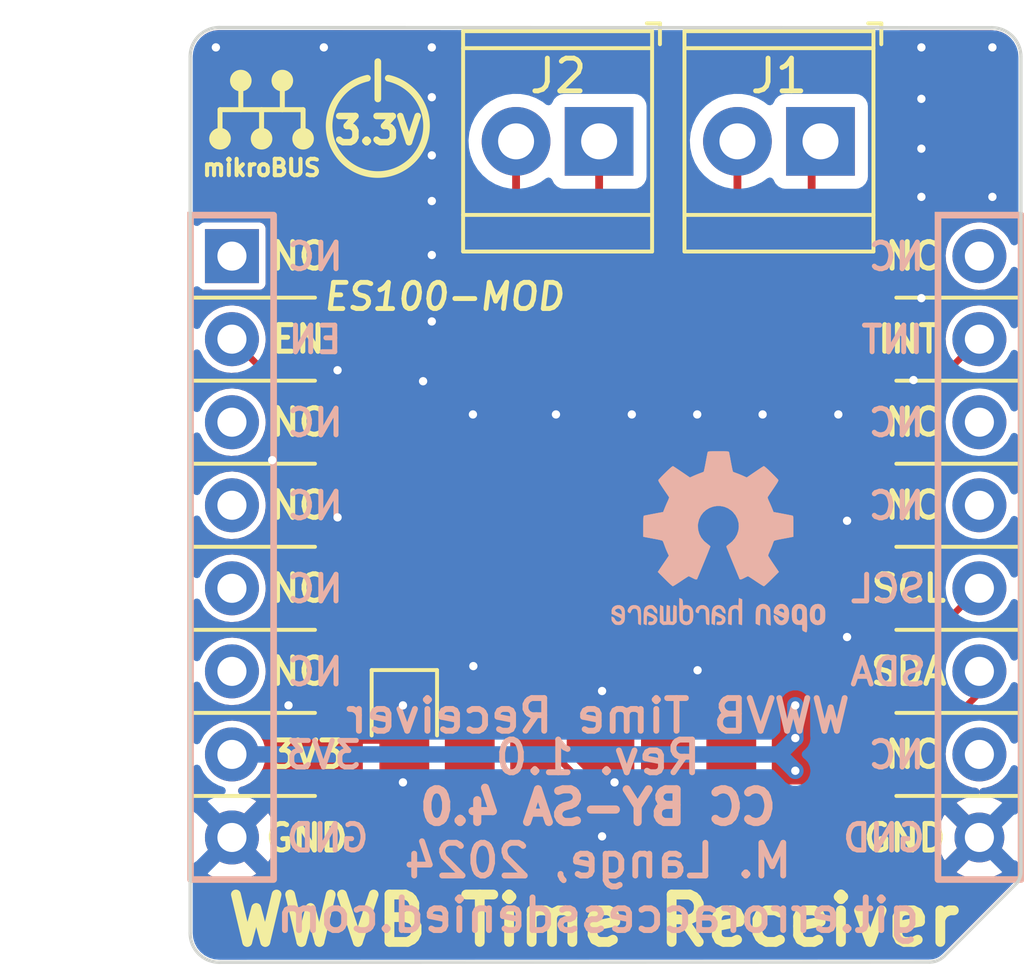
<source format=kicad_pcb>
(kicad_pcb (version 20211014) (generator pcbnew)
  (title_block (title "mikrobus ES100-MOD Module") (date "2024-02-14") (rev "1.0") (company "M Lange"))
  (layers (0 "F.Cu" signal) (31 "B.Cu" signal) (34 "B.Paste" user) (35 "F.Paste" user) (36 "B.SilkS" user "B.Silkscreen") (37 "F.SilkS" user "F.Silkscreen") (38 "B.Mask" user) (39 "F.Mask" user) (44 "Edge.Cuts" user))
  (net 0 "")
  (net 1 "+3V3")
  (net 4 "EN")
  (net 5 "INT")
  (net 6 "SCL")
  (net 7 "SDA")
  (net 8 "/AN2+")
  (net 9 "GND")
  (net 17 "/AN2-")
  (net 18 "/AN1+")
  (net 19 "/AN1-")
  (footprint "footprints:3v3-LOGO" (layer "F.Cu") (at 97.286 49.74258)
    (fp_text reference "REF**" hide)
    (fp_text value "3.3VIO-LOGO" hide)
    (fp_text user "3.3V" (at 0 1.961644) (layer "F.SilkS") (effects (font (size 0.8 0.8) (thickness 0.2))))
    (fp_line (start 0 -0.143) (end 0 1) (layer "F.SilkS") (width 0.2032))
    (fp_arc (start 0.3175 0.365) (mid 0 3.311241) (end -0.3175 0.365) (layer "F.SilkS") (width 0.2032))
  )
  (footprint "footprints:mikrobus-small" (layer "F.Cu") (at 91.554 48.564)
    (fp_text reference "J99" hide)
    (fp_text value "mikrobus-add-on" hide)
    (fp_text user "GND" (at 4.195 24.781 unlocked) (layer "B.SilkS") (effects (font (size 0.8128 0.8128) (thickness 0.1524)) (justify mirror)))
    (fp_text user "EN" (at 3.814 9.541 unlocked) (layer "B.SilkS") (effects (font (size 0.8128 0.8128) (thickness 0.1524)) (justify mirror)))
    (fp_text user "NC" (at 21.594 22.241 unlocked) (layer "B.SilkS") (effects (font (size 0.8128 0.8128) (thickness 0.1524)) (justify mirror)))
    (fp_text user "INT" (at 21.467 9.541 unlocked) (layer "B.SilkS") (effects (font (size 0.8128 0.8128) (thickness 0.1524)) (justify mirror)))
    (fp_text user "GND" (at 21.213 24.781 unlocked) (layer "B.SilkS") (effects (font (size 0.8128 0.8128) (thickness 0.1524)) (justify mirror)))
    (fp_text user "NC" (at 3.814 7.001 unlocked) (layer "B.SilkS") (effects (font (size 0.8128 0.8128) (thickness 0.1524)) (justify mirror)))
    (fp_text user "NC" (at 3.814 19.701 unlocked) (layer "B.SilkS") (effects (font (size 0.8128 0.8128) (thickness 0.1524)) (justify mirror)))
    (fp_text user "NC" (at 3.814 12.081 unlocked) (layer "B.SilkS") (effects (font (size 0.8128 0.8128) (thickness 0.1524)) (justify mirror)))
    (fp_text user "NC" (at 21.594 7.001 unlocked) (layer "B.SilkS") (effects (font (size 0.8128 0.8128) (thickness 0.1524)) (justify mirror)))
    (fp_text user "NC" (at 3.814 17.161 unlocked) (layer "B.SilkS") (effects (font (size 0.8128 0.8128) (thickness 0.1524)) (justify mirror)))
    (fp_text user "NC" (at 21.594 12.081 unlocked) (layer "B.SilkS") (effects (font (size 0.8128 0.8128) (thickness 0.1524)) (justify mirror)))
    (fp_text user "3V3" (at 4.068 22.241 unlocked) (layer "B.SilkS") (effects (font (size 0.8128 0.8128) (thickness 0.1524)) (justify mirror)))
    (fp_text user "NC" (at 3.814 14.621 unlocked) (layer "B.SilkS") (effects (font (size 0.8128 0.8128) (thickness 0.1524)) (justify mirror)))
    (fp_text user "SCL" (at 21.34 17.161 unlocked) (layer "B.SilkS") (effects (font (size 0.8128 0.8128) (thickness 0.1524)) (justify mirror)))
    (fp_text user "SDA" (at 21.34 19.701 unlocked) (layer "B.SilkS") (effects (font (size 0.8128 0.8128) (thickness 0.1524)) (justify mirror)))
    (fp_text user "NC" (at 21.594 14.621 unlocked) (layer "B.SilkS") (effects (font (size 0.8128 0.8128) (thickness 0.1524)) (justify mirror)))
    (fp_text user "GND" (at 21.848 24.781 unlocked) (layer "F.SilkS") (effects (font (size 0.8128 0.8128) (thickness 0.1524))))
    (fp_text user "NC" (at 22.098 22.225 unlocked) (layer "F.SilkS") (effects (font (size 0.8128 0.8128) (thickness 0.1524))))
    (fp_text user "SCL" (at 21.971 17.145 unlocked) (layer "F.SilkS") (effects (font (size 0.8128 0.8128) (thickness 0.1524))))
    (fp_text user "3V3" (at 3.56 22.225 unlocked) (layer "F.SilkS") (effects (font (size 0.8128 0.8128) (thickness 0.1524))))
    (fp_text user "WWVB Time Receiver" (at 12.336 27.305 unlocked) (layer "F.SilkS") (effects (font (size 1.45 1.45) (thickness 0.3))))
    (fp_text user "SDA" (at 21.971 19.685 unlocked) (layer "F.SilkS") (effects (font (size 0.8128 0.8128) (thickness 0.1524))))
    (fp_text user "NC" (at 22.098 6.985 unlocked) (layer "F.SilkS") (effects (font (size 0.8128 0.8128) (thickness 0.1524))))
    (fp_text user "EN" (at 3.302 9.525 unlocked) (layer "F.SilkS") (effects (font (size 0.8128 0.8128) (thickness 0.1524))))
    (fp_text user "NC" (at 3.302 19.685 unlocked) (layer "F.SilkS") (effects (font (size 0.8128 0.8128) (thickness 0.1524))))
    (fp_text user "NC" (at 22.098 14.605 unlocked) (layer "F.SilkS") (effects (font (size 0.8128 0.8128) (thickness 0.1524))))
    (fp_text user "NC" (at 3.302 6.985 unlocked) (layer "F.SilkS") (effects (font (size 0.8128 0.8128) (thickness 0.1524))))
    (fp_text user "NC" (at 3.302 12.065 unlocked) (layer "F.SilkS") (effects (font (size 0.8128 0.8128) (thickness 0.1524))))
    (fp_text user "GND" (at 3.56 24.781 unlocked) (layer "F.SilkS") (effects (font (size 0.8128 0.8128) (thickness 0.1524))))
    (fp_text user "NC" (at 22.098 12.065 unlocked) (layer "F.SilkS") (effects (font (size 0.8128 0.8128) (thickness 0.1524))))
    (fp_text user "INT" (at 21.971 9.525 unlocked) (layer "F.SilkS") (effects (font (size 0.8128 0.8128) (thickness 0.1524))))
    (fp_text user "NC" (at 3.302 14.605 unlocked) (layer "F.SilkS") (effects (font (size 0.8128 0.8128) (thickness 0.1524))))
    (fp_text user "NC" (at 3.302 17.145 unlocked) (layer "F.SilkS") (effects (font (size 0.8128 0.8128) (thickness 0.1524))))
    (fp_line (start 21.59 18.415) (end 25.4 18.415) (layer "F.SilkS") (width 0.12))
    (fp_line (start 21.59 13.335) (end 25.4 13.335) (layer "F.SilkS") (width 0.12))
    (fp_line (start 21.59 23.495) (end 25.4 23.495) (layer "F.SilkS") (width 0.12))
    (fp_line (start 21.59 10.795) (end 25.4 10.795) (layer "F.SilkS") (width 0.12))
    (fp_line (start 21.59 20.955) (end 25.4 20.955) (layer "F.SilkS") (width 0.12))
    (fp_line (start 21.59 8.255) (end 25.4 8.255) (layer "F.SilkS") (width 0.12))
    (fp_line (start 0 18.415) (end 3.81 18.415) (layer "F.SilkS") (width 0.12))
    (fp_line (start 21.59 15.875) (end 25.4 15.875) (layer "F.SilkS") (width 0.12))
    (fp_line (start 0 13.335) (end 3.81 13.335) (layer "F.SilkS") (width 0.12))
    (fp_line (start 0 8.255) (end 3.81 8.255) (layer "F.SilkS") (width 0.12))
    (fp_line (start 0 15.875) (end 3.81 15.875) (layer "F.SilkS") (width 0.12))
    (fp_line (start 0 10.795) (end 3.81 10.795) (layer "F.SilkS") (width 0.12))
    (fp_line (start 0 23.495) (end 3.81 23.495) (layer "F.SilkS") (width 0.12))
    (fp_line (start 0 20.955) (end 3.81 20.955) (layer "F.SilkS") (width 0.12))
    (pad "1" thru_hole rect (at 1.27 6.985) (size 1.651 1.651) (drill 0.889) (layers *.Cu *.Mask))
    (pad "2" thru_hole circle (at 1.27 9.525) (size 1.651 1.651) (drill 0.889) (layers *.Cu *.Mask) (net 4 "EN"))
    (pad "3" thru_hole circle (at 1.27 12.065) (size 1.651 1.651) (drill 0.889) (layers *.Cu *.Mask))
    (pad "4" thru_hole circle (at 1.27 14.605) (size 1.651 1.651) (drill 0.889) (layers *.Cu *.Mask))
    (pad "5" thru_hole circle (at 1.27 17.145) (size 1.651 1.651) (drill 0.889) (layers *.Cu *.Mask))
    (pad "6" thru_hole circle (at 1.27 19.685) (size 1.651 1.651) (drill 0.889) (layers *.Cu *.Mask))
    (pad "7" thru_hole circle (at 1.27 22.225) (size 1.651 1.651) (drill 0.889) (layers *.Cu *.Mask) (net 1 "+3V3"))
    (pad "8" thru_hole circle (at 1.27 24.765) (size 1.651 1.651) (drill 0.889) (layers *.Cu *.Mask) (net 9 "GND"))
    (pad "9" thru_hole circle (at 24.13 6.985) (size 1.651 1.651) (drill 0.889) (layers *.Cu *.Mask))
    (pad "10" thru_hole circle (at 24.13 9.525) (size 1.651 1.651) (drill 0.889) (layers *.Cu *.Mask) (net 5 "INT"))
    (pad "11" thru_hole circle (at 24.13 12.065) (size 1.651 1.651) (drill 0.889) (layers *.Cu *.Mask))
    (pad "12" thru_hole circle (at 24.13 14.605) (size 1.651 1.651) (drill 0.889) (layers *.Cu *.Mask))
    (pad "13" thru_hole circle (at 24.13 17.145) (size 1.651 1.651) (drill 0.889) (layers *.Cu *.Mask) (net 6 "SCL"))
    (pad "14" thru_hole circle (at 24.13 19.685) (size 1.651 1.651) (drill 0.889) (layers *.Cu *.Mask) (net 7 "SDA"))
    (pad "15" thru_hole circle (at 24.13 22.225) (size 1.651 1.651) (drill 0.889) (layers *.Cu *.Mask))
    (pad "16" thru_hole circle (at 24.13 24.765) (size 1.524 1.524) (drill 0.889) (layers *.Cu *.Mask) (net 9 "GND"))
  )
  (footprint "footprints:TerminalBlock_TE_282834-2_1x02_P2.54mm_Horizontal" (layer "F.Cu") (at 110.824 52.039 180)
    (fp_text reference "J1" (at 1.27 2) (layer "F.SilkS"))
    (fp_text value "ANT1" hide)
    (fp_line (start -1.86 3.61) (end -1.46 3.61) (layer "F.SilkS") (width 0.12))
    (fp_line (start -1.62 -3.37) (end -1.62 3.37) (layer "F.SilkS") (width 0.12))
    (fp_line (start -1.62 2.85) (end 4.16 2.85) (layer "F.SilkS") (width 0.12))
    (fp_line (start -1.62 -2.25) (end 4.16 -2.25) (layer "F.SilkS") (width 0.12))
    (fp_line (start -1.86 2.97) (end -1.86 3.61) (layer "F.SilkS") (width 0.12))
    (fp_line (start 4.16 -3.37) (end 4.16 3.37) (layer "F.SilkS") (width 0.12))
    (fp_line (start -1.62 -3.37) (end 4.16 -3.37) (layer "F.SilkS") (width 0.12))
    (fp_line (start -1.62 3.37) (end 4.16 3.37) (layer "F.SilkS") (width 0.12))
    (pad "1" thru_hole rect locked (at 0 0 180) (size 2.1 2.1) (drill 1.1) (layers *.Cu *.Mask) (net 19 "/AN1-") (clearance 0.4))
    (pad "2" thru_hole circle locked (at 2.54 0 180) (size 2.1 2.1) (drill 1.1) (layers *.Cu *.Mask) (net 18 "/AN1+") (clearance 0.4))
  )
  (footprint "footprints:TerminalBlock_TE_282834-2_1x02_P2.54mm_Horizontal" (layer "F.Cu") (at 104.054 52.039 180)
    (fp_text reference "J2" (at 1.25 2) (layer "F.SilkS"))
    (fp_text value "ANT2" hide)
    (fp_line (start -1.62 -2.25) (end 4.16 -2.25) (layer "F.SilkS") (width 0.12))
    (fp_line (start 4.16 -3.37) (end 4.16 3.37) (layer "F.SilkS") (width 0.12))
    (fp_line (start -1.86 3.61) (end -1.46 3.61) (layer "F.SilkS") (width 0.12))
    (fp_line (start -1.62 -3.37) (end 4.16 -3.37) (layer "F.SilkS") (width 0.12))
    (fp_line (start -1.62 -3.37) (end -1.62 3.37) (layer "F.SilkS") (width 0.12))
    (fp_line (start -1.86 2.97) (end -1.86 3.61) (layer "F.SilkS") (width 0.12))
    (fp_line (start -1.62 3.37) (end 4.16 3.37) (layer "F.SilkS") (width 0.12))
    (fp_line (start -1.62 2.85) (end 4.16 2.85) (layer "F.SilkS") (width 0.12))
    (pad "1" thru_hole rect locked (at 0 0 180) (size 2.1 2.1) (drill 1.1) (layers *.Cu *.Mask) (net 17 "/AN2-") (clearance 0.4))
    (pad "2" thru_hole circle locked (at 2.54 0 180) (size 2.1 2.1) (drill 1.1) (layers *.Cu *.Mask) (net 8 "/AN2+") (clearance 0.4))
  )
  (footprint "footprints:mikrobus-logo-small" (layer "F.Cu") (at 93.73 50.5145)
    (fp_text reference "REF**" hide)
    (fp_text value "mikrobus-logo-small" hide)
    (fp_text user "mikroBUS" (at 0 2.3335) (layer "F.SilkS") (effects (font (size 0.5 0.5) (thickness 0.125))))
    (fp_line (start 0 0.5555) (end 0 1.4445) (layer "F.SilkS") (width 0.1524))
    (fp_line (start -1.27 0.5555) (end -1.27 1.4445) (layer "F.SilkS") (width 0.1524))
    (fp_line (start -1.27 0.5555) (end 1.27 0.5555) (layer "F.SilkS") (width 0.1524))
    (fp_line (start 1.27 0.5555) (end 1.27 1.4445) (layer "F.SilkS") (width 0.1524))
    (fp_line (start 0.635 0.5555) (end 0.635 -0.3335) (layer "F.SilkS") (width 0.1524))
    (fp_line (start -0.635 0.5555) (end -0.635 -0.3335) (layer "F.SilkS") (width 0.1524))
    (fp_circle (center -0.635 -0.3335) (end -0.381 -0.3335) (layer "F.SilkS") (width 0.1524) (fill solid))
    (fp_circle (center 0.635 -0.3335) (end 0.889 -0.3335) (layer "F.SilkS") (width 0.1524) (fill solid))
    (fp_circle (center -1.27 1.4445) (end -1.016 1.4445) (layer "F.SilkS") (width 0.1524) (fill solid))
    (fp_circle (center 0 1.4445) (end 0.254 1.4445) (layer "F.SilkS") (width 0.1524) (fill solid))
    (fp_circle (center 1.27 1.4445) (end 1.524 1.4445) (layer "F.SilkS") (width 0.1524) (fill solid))
  )
  (footprint "footprints:ES100-MOD" (layer "F.Cu") (at 96.0968 70.2088 90)
    (fp_text reference "U1")
    (fp_text value "ES100-MOD-v1.1")
    (fp_line (start 0 1) (end 2 1) (layer "F.SilkS") (width 0.12))
    (fp_line (start 2 1) (end 2 3) (layer "F.SilkS") (width 0.12))
    (fp_line (start 2 3) (end 0 3) (layer "F.SilkS") (width 0.12))
    (pad "1" smd roundrect (at 0 2 90) (size 3 1.524) (layers "F.Cu" "F.Paste" "F.Mask") (net 9 "GND"))
    (pad "2" smd roundrect (at 0 4 90) (size 3 1.524) (layers "F.Cu" "F.Paste" "F.Mask") (net 4 "EN"))
    (pad "3" smd roundrect (at 0 6 90) (size 3 1.524) (layers "F.Cu" "F.Paste" "F.Mask") (net 7 "SDA"))
    (pad "4" smd roundrect (at 0 10 90) (size 3 1.524) (layers "F.Cu" "F.Paste" "F.Mask") (net 6 "SCL"))
    (pad "5" smd roundrect (at 0 12 90) (size 3 1.524) (layers "F.Cu" "F.Paste" "F.Mask") (net 5 "INT"))
    (pad "6" smd roundrect (at 0 14 90) (size 3 1.524) (layers "F.Cu" "F.Paste" "F.Mask") (net 1 "+3V3"))
    (pad "7" smd roundrect (at 12 14 90) (size 3 1.524) (layers "F.Cu" "F.Paste" "F.Mask") (net 19 "/AN1-"))
    (pad "8" smd roundrect (at 12 12 90) (size 3 1.524) (layers "F.Cu" "F.Paste" "F.Mask") (net 18 "/AN1+"))
    (pad "9" smd roundrect (at 12 10 90) (size 3 1.524) (layers "F.Cu" "F.Paste" "F.Mask") (net 17 "/AN2-"))
    (pad "10" smd roundrect (at 12 8 90) (size 3 1.524) (layers "F.Cu" "F.Paste" "F.Mask") (net 8 "/AN2+"))
  )
  (footprint "footprints:OSHW-Logo2_7.3x6mm_SilkScreen" (layer "B.Cu") (at 107.7 64.278 180)
    (fp_text reference "REF**" hide)
    (fp_text value "OSHW-Logo2_7.3x6mm_SilkScreen" hide)
    (fp_poly (pts (xy 1.779833 -1.958663) (xy 1.782048 -1.99685) (xy 1.783784 -2.054886) (xy 1.784899 -2.12818) (xy 1.785257 -2.205055) (xy 1.785257 -2.465196) (xy 1.739326 -2.511127) (xy 1.707675 -2.539429) (xy 1.67989 -2.550893) (xy 1.641915 -2.550168) (xy 1.62684 -2.548321) (xy 1.579726 -2.542948) (xy 1.540756 -2.539869) (xy 1.531257 -2.539585) (xy 1.499233 -2.541445) (xy 1.453432 -2.546114) (xy 1.435674 -2.548321) (xy 1.392057 -2.551735) (xy 1.362745 -2.54432) (xy 1.33368 -2.521427) (xy 1.323188 -2.511127) (xy 1.277257 -2.465196) (xy 1.277257 -1.978602) (xy 1.314226 -1.961758) (xy 1.346059 -1.949282) (xy 1.364683 -1.944914) (xy 1.369458 -1.958718) (xy 1.373921 -1.997286) (xy 1.377775 -2.056356) (xy 1.380722 -2.131663) (xy 1.382143 -2.195286) (xy 1.386114 -2.445657) (xy 1.420759 -2.450556) (xy 1.452268 -2.447131) (xy 1.467708 -2.436041) (xy 1.472023 -2.415308) (xy 1.475708 -2.371145) (xy 1.478469 -2.309146) (xy 1.480012 -2.234909) (xy 1.480235 -2.196706) (xy 1.480457 -1.976783) (xy 1.526166 -1.960849) (xy 1.558518 -1.950015) (xy 1.576115 -1.944962) (xy 1.576623 -1.944914) (xy 1.578388 -1.958648) (xy 1.580329 -1.99673) (xy 1.582282 -2.054482) (xy 1.584084 -2.127227) (xy 1.585343 -2.195286) (xy 1.589314 -2.445657) (xy 1.6764 -2.445657) (xy 1.680396 -2.21724) (xy 1.684392 -1.988822) (xy 1.726847 -1.966868) (xy 1.758192 -1.951793) (xy 1.776744 -1.944951) (xy 1.777279 -1.944914) (xy 1.779833 -1.958663)) (layer "B.SilkS") (width 0.01) (fill solid))
    (fp_poly (pts (xy 0.10391 2.757652) (xy 0.182454 2.757222) (xy 0.239298 2.756058) (xy 0.278105 2.753793) (xy 0.302538 2.75006) (xy 0.316262 2.744494) (xy 0.32294 2.736727) (xy 0.326236 2.726395) (xy 0.326556 2.725057) (xy 0.331562 2.700921) (xy 0.340829 2.653299) (xy 0.353392 2.587259) (xy 0.368287 2.507872) (xy 0.384551 2.420204) (xy 0.385119 2.417125) (xy 0.40141 2.331211) (xy 0.416652 2.255304) (xy 0.429861 2.193955) (xy 0.440054 2.151718) (xy 0.446248 2.133145) (xy 0.446543 2.132816) (xy 0.464788 2.123747) (xy 0.502405 2.108633) (xy 0.551271 2.090738) (xy 0.551543 2.090642) (xy 0.613093 2.067507) (xy 0.685657 2.038035) (xy 0.754057 2.008403) (xy 0.757294 2.006938) (xy 0.868702 1.956374) (xy 1.115399 2.12484) (xy 1.191077 2.176197) (xy 1.259631 2.222111) (xy 1.317088 2.25997) (xy 1.359476 2.287163) (xy 1.382825 2.301079) (xy 1.385042 2.302111) (xy 1.40201 2.297516) (xy 1.433701 2.275345) (xy 1.481352 2.234553) (xy 1.546198 2.174095) (xy 1.612397 2.109773) (xy 1.676214 2.046388) (xy 1.733329 1.988549) (xy 1.780305 1.939825) (xy 1.813703 1.90379) (xy 1.830085 1.884016) (xy 1.830694 1.882998) (xy 1.832505 1.869428) (xy 1.825683 1.847267) (xy 1.80854 1.813522) (xy 1.779393 1.7652) (xy 1.736555 1.699308) (xy 1.679448 1.614483) (xy 1.628766 1.539823) (xy 1.583461 1.47286) (xy 1.54615 1.417484) (xy 1.519452 1.37758) (xy 1.505985 1.357038) (xy 1.505137 1.355644) (xy 1.506781 1.335962) (xy 1.519245 1.297707) (xy 1.540048 1.248111) (xy 1.547462 1.232272) (xy 1.579814 1.16171) (xy 1.614328 1.081647) (xy 1.642365 1.012371) (xy 1.662568 0.960955) (xy 1.678615 0.921881) (xy 1.687888 0.901459) (xy 1.689041 0.899886) (xy 1.706096 0.897279) (xy 1.746298 0.890137) (xy 1.804302 0.879477) (xy 1.874763 0.866315) (xy 1.952335 0.851667) (xy 2.031672 0.836551) (xy 2.107431 0.821982) (xy 2.174264 0.808978) (xy 2.226828 0.798555) (xy 2.259776 0.79173) (xy 2.267857 0.789801) (xy 2.276205 0.785038) (xy 2.282506 0.774282) (xy 2.287045 0.753902) (xy 2.290104 0.720266) (xy 2.291967 0.669745) (xy 2.292918 0.598708) (xy 2.29324 0.503524) (xy 2.293257 0.464508) (xy 2.293257 0.147201) (xy 2.217057 0.132161) (xy 2.174663 0.124005) (xy 2.1114 0.112101) (xy 2.034962 0.097884) (xy 1.953043 0.08279) (xy 1.9304 0.078645) (xy 1.854806 0.063947) (xy 1.788953 0.049495) (xy 1.738366 0.036625) (xy 1.708574 0.026678) (xy 1.703612 0.023713) (xy 1.691426 0.002717) (xy 1.673953 -0.037967) (xy 1.654577 -0.090322) (xy 1.650734 -0.1016) (xy 1.625339 -0.171523) (xy 1.593817 -0.250418) (xy 1.562969 -0.321266) (xy 1.562817 -0.321595) (xy 1.511447 -0.432733) (xy 1.680399 -0.681253) (xy 1.849352 -0.929772) (xy 1.632429 -1.147058) (xy 1.566819 -1.211726) (xy 1.506979 -1.268733) (xy 1.456267 -1.315033) (xy 1.418046 -1.347584) (xy 1.395675 -1.363343) (xy 1.392466 -1.364343) (xy 1.373626 -1.356469) (xy 1.33518 -1.334578) (xy 1.28133 -1.301267) (xy 1.216276 -1.259131) (xy 1.14594 -1.211943) (xy 1.074555 -1.16381) (xy 1.010908 -1.121928) (xy 0.959041 -1.088871) (xy 0.922995 -1.067218) (xy 0.906867 -1.059543) (xy 0.887189 -1.066037) (xy 0.849875 -1.08315) (xy 0.802621 -1.107326) (xy 0.797612 -1.110013) (xy 0.733977 -1.141927) (xy 0.690341 -1.157579) (xy 0.663202 -1.157745) (xy 0.649057 -1.143204) (xy 0.648975 -1.143) (xy 0.641905 -1.125779) (xy 0.625042 -1.084899) (xy 0.599695 -1.023525) (xy 0.567171 -0.944819) (xy 0.528778 -0.851947) (xy 0.485822 -0.748072) (xy 0.444222 -0.647502) (xy 0.398504 -0.536516) (xy 0.356526 -0.433703) (xy 0.319548 -0.342215) (xy 0.288827 -0.265201) (xy 0.265622 -0.205815) (xy 0.25119 -0.167209) (xy 0.246743 -0.1528) (xy 0.257896 -0.136272) (xy 0.287069 -0.10993) (xy 0.325971 -0.080887) (xy 0.436757 0.010961) (xy 0.523351 0.116241) (xy 0.584716 0.232734) (xy 0.619815 0.358224) (xy 0.627608 0.490493) (xy 0.621943 0.551543) (xy 0.591078 0.678205) (xy 0.53792 0.790059) (xy 0.465767 0.885999) (xy 0.377917 0.964924) (xy 0.277665 1.02573) (xy 0.16831 1.067313) (xy 0.053147 1.088572) (xy -0.064525 1.088401) (xy -0.18141 1.065699) (xy -0.294211 1.019362) (xy -0.399631 0.948287) (xy -0.443632 0.908089) (xy -0.528021 0.804871) (xy -0.586778 0.692075) (xy -0.620296 0.57299) (xy -0.628965 0.450905) (xy -0.613177 0.329107) (xy -0.573322 0.210884) (xy -0.509793 0.099525) (xy -0.422979 -0.001684) (xy -0.325971 -0.080887) (xy -0.285563 -0.111162) (xy -0.257018 -0.137219) (xy -0.246743 -0.152825) (xy -0.252123 -0.169843) (xy -0.267425 -0.2105) (xy -0.291388 -0.271642) (xy -0.322756 -0.350119) (xy -0.360268 -0.44278) (xy -0.402667 -0.546472) (xy -0.444337 -0.647526) (xy -0.49031 -0.758607) (xy -0.532893 -0.861541) (xy -0.570779 -0.953165) (xy -0.60266 -1.030316) (xy -0.627229 -1.089831) (xy -0.64318 -1.128544) (xy -0.64909 -1.143) (xy -0.663052 -1.157685) (xy -0.69006 -1.157642) (xy -0.733587 -1.142099) (xy -0.79711 -1.110284) (xy -0.797612 -1.110013) (xy -0.84544 -1.085323) (xy -0.884103 -1.067338) (xy -0.905905 -1.059614) (xy -0.906867 -1.059543) (xy -0.923279 -1.067378) (xy -0.959513 -1.089165) (xy -1.011526 -1.122328) (xy -1.075275 -1.164291) (xy -1.14594 -1.211943) (xy -1.217884 -1.260191) (xy -1.282726 -1.302151) (xy -1.336265 -1.335227) (xy -1.374303 -1.356821) (xy -1.392467 -1.364343) (xy -1.409192 -1.354457) (xy -1.44282 -1.326826) (xy -1.48999 -1.284495) (xy -1.547342 -1.230505) (xy -1.611516 -1.167899) (xy -1.632503 -1.146983) (xy -1.849501 -0.929623) (xy -1.684332 -0.68722) (xy -1.634136 -0.612781) (xy -1.590081 -0.545972) (xy -1.554638 -0.490665) (xy -1.530281 -0.450729) (xy -1.519478 -0.430036) (xy -1.519162 -0.428563) (xy -1.524857 -0.409058) (xy -1.540174 -0.369822) (xy -1.562463 -0.31743) (xy -1.578107 -0.282355) (xy -1.607359 -0.215201) (xy -1.634906 -0.147358) (xy -1.656263 -0.090034) (xy -1.662065 -0.072572) (xy -1.678548 -0.025938) (xy -1.69466 0.010095) (xy -1.70351 0.023713) (xy -1.72304 0.032048) (xy -1.765666 0.043863) (xy -1.825855 0.057819) (xy -1.898078 0.072578) (xy -1.9304 0.078645) (xy -2.012478 0.093727) (xy -2.091205 0.108331) (xy -2.158891 0.12102) (xy -2.20784 0.130358) (xy -2.217057 0.132161) (xy -2.293257 0.147201) (xy -2.293257 0.464508) (xy -2.293086 0.568846) (xy -2.292384 0.647787) (xy -2.290866 0.704962) (xy -2.288251 0.744001) (xy -2.284254 0.768535) (xy -2.278591 0.782195) (xy -2.27098 0.788611) (xy -2.267857 0.789801) (xy -2.249022 0.79402) (xy -2.207412 0.802438) (xy -2.14837 0.814039) (xy -2.077243 0.827805) (xy -1.999375 0.84272) (xy -1.920113 0.857768) (xy -1.844802 0.871931) (xy -1.778787 0.884194) (xy -1.727413 0.893539) (xy -1.696025 0.89895) (xy -1.689041 0.899886) (xy -1.682715 0.912404) (xy -1.66871 0.945754) (xy -1.649645 0.993623) (xy -1.642366 1.012371) (xy -1.613004 1.084805) (xy -1.578429 1.16483) (xy -1.547463 1.232272) (xy -1.524677 1.283841) (xy -1.509518 1.326215) (xy -1.504458 1.352166) (xy -1.505264 1.355644) (xy -1.515959 1.372064) (xy -1.54038 1.408583) (xy -1.575905 1.461313) (xy -1.619913 1.526365) (xy -1.669783 1.599849) (xy -1.679644 1.614355) (xy -1.737508 1.700296) (xy -1.780044 1.765739) (xy -1.808946 1.813696) (xy -1.82591 1.84718) (xy -1.832633 1.869205) (xy -1.83081 1.882783) (xy -1.830764 1.882869) (xy -1.816414 1.900703) (xy -1.784677 1.935183) (xy -1.73899 1.982732) (xy -1.682796 2.039778) (xy -1.619532 2.102745) (xy -1.612398 2.109773) (xy -1.53267 2.18698) (xy -1.471143 2.24367) (xy -1.426579 2.28089) (xy -1.397743 2.299685) (xy -1.385042 2.302111) (xy -1.366506 2.291529) (xy -1.328039 2.267084) (xy -1.273614 2.231388) (xy -1.207202 2.187053) (xy -1.132775 2.136689) (xy -1.115399 2.12484) (xy -0.868703 1.956374) (xy -0.757294 2.006938) (xy -0.689543 2.036405) (xy -0.616817 2.066041) (xy -0.554297 2.08967) (xy -0.551543 2.090642) (xy -0.50264 2.108543) (xy -0.464943 2.12368) (xy -0.446575 2.13279) (xy -0.446544 2.132816) (xy -0.440715 2.149283) (xy -0.430808 2.189781) (xy -0.417805 2.249758) (xy -0.402691 2.32466) (xy -0.386448 2.409936) (xy -0.385119 2.417125) (xy -0.368825 2.504986) (xy -0.353867 2.58474) (xy -0.341209 2.651319) (xy -0.331814 2.699653) (xy -0.326646 2.724675) (xy -0.326556 2.725057) (xy -0.323411 2.735701) (xy -0.317296 2.743738) (xy -0.304547 2.749533) (xy -0.2815 2.753453) (xy -0.244491 2.755865) (xy -0.189856 2.757135) (xy -0.113933 2.757629) (xy -0.013056 2.757714) (xy 0 2.757714) (xy 0.10391 2.757652)) (layer "B.SilkS") (width 0.01) (fill solid))
    (fp_poly (pts (xy 3.153595 -1.966966) (xy 3.211021 -2.004497) (xy 3.238719 -2.038096) (xy 3.260662 -2.099064) (xy 3.262405 -2.147308) (xy 3.258457 -2.211816) (xy 3.109686 -2.276934) (xy 3.037349 -2.310202) (xy 2.990084 -2.336964) (xy 2.965507 -2.360144) (xy 2.961237 -2.382667) (xy 2.974889 -2.407455) (xy 2.989943 -2.423886) (xy 3.033746 -2.450235) (xy 3.081389 -2.452081) (xy 3.125145 -2.431546) (xy 3.157289 -2.390752) (xy 3.163038 -2.376347) (xy 3.190576 -2.331356) (xy 3.222258 -2.312182) (xy 3.265714 -2.295779) (xy 3.265714 -2.357966) (xy 3.261872 -2.400283) (xy 3.246823 -2.435969) (xy 3.21528 -2.476943) (xy 3.210592 -2.482267) (xy 3.175506 -2.51872) (xy 3.145347 -2.538283) (xy 3.107615 -2.547283) (xy 3.076335 -2.55023) (xy 3.020385 -2.550965) (xy 2.980555 -2.54166) (xy 2.955708 -2.527846) (xy 2.916656 -2.497467) (xy 2.889625 -2.464613) (xy 2.872517 -2.423294) (xy 2.863238 -2.367521) (xy 2.859693 -2.291305) (xy 2.85941 -2.252622) (xy 2.860372 -2.206247) (xy 2.948007 -2.206247) (xy 2.949023 -2.231126) (xy 2.951556 -2.2352) (xy 2.968274 -2.229665) (xy 3.004249 -2.215017) (xy 3.052331 -2.19419) (xy 3.062386 -2.189714) (xy 3.123152 -2.158814) (xy 3.156632 -2.131657) (xy 3.16399 -2.10622) (xy 3.146391 -2.080481) (xy 3.131856 -2.069109) (xy 3.07941 -2.046364) (xy 3.030322 -2.050122) (xy 2.989227 -2.077884) (xy 2.960758 -2.127152) (xy 2.951631 -2.166257) (xy 2.948007 -2.206247) (xy 2.860372 -2.206247) (xy 2.861285 -2.162249) (xy 2.868196 -2.095384) (xy 2.881884 -2.046695) (xy 2.904096 -2.010849) (xy 2.936574 -1.982513) (xy 2.950733 -1.973355) (xy 3.015053 -1.949507) (xy 3.085473 -1.948006) (xy 3.153595 -1.966966)) (layer "B.SilkS") (width 0.01) (fill solid))
    (fp_poly (pts (xy 0.039744 -1.950968) (xy 0.096616 -1.972087) (xy 0.097267 -1.972493) (xy 0.13244 -1.99838) (xy 0.158407 -2.028633) (xy 0.17667 -2.068058) (xy 0.188732 -2.121462) (xy 0.196096 -2.193651) (xy 0.200264 -2.289432) (xy 0.200629 -2.303078) (xy 0.205876 -2.508842) (xy 0.161716 -2.531678) (xy 0.129763 -2.54711) (xy 0.11047 -2.554423) (xy 0.109578 -2.554514) (xy 0.106239 -2.541022) (xy 0.103587 -2.504626) (xy 0.101956 -2.451452) (xy 0.1016 -2.408393) (xy 0.101592 -2.338641) (xy 0.098403 -2.294837) (xy 0.087288 -2.273944) (xy 0.063501 -2.272925) (xy 0.022296 -2.288741) (xy -0.039914 -2.317815) (xy -0.085659 -2.341963) (xy -0.109187 -2.362913) (xy -0.116104 -2.385747) (xy -0.116114 -2.386877) (xy -0.104701 -2.426212) (xy -0.070908 -2.447462) (xy -0.019191 -2.450539) (xy 0.018061 -2.450006) (xy 0.037703 -2.460735) (xy 0.049952 -2.486505) (xy 0.057002 -2.519337) (xy 0.046842 -2.537966) (xy 0.043017 -2.540632) (xy 0.007001 -2.55134) (xy -0.043434 -2.552856) (xy -0.095374 -2.545759) (xy -0.132178 -2.532788) (xy -0.183062 -2.489585) (xy -0.211986 -2.429446) (xy -0.217714 -2.382462) (xy -0.213343 -2.340082) (xy -0.197525 -2.305488) (xy -0.166203 -2.274763) (xy -0.115322 -2.24399) (xy -0.040824 -2.209252) (xy -0.036286 -2.207288) (xy 0.030821 -2.176287) (xy 0.072232 -2.150862) (xy 0.089981 -2.128014) (xy 0.086107 -2.104745) (xy 0.062643 -2.078056) (xy 0.055627 -2.071914) (xy 0.00863 -2.0481) (xy -0.040067 -2.049103) (xy -0.082478 -2.072451) (xy -0.110616 -2.115675) (xy -0.113231 -2.12416) (xy -0.138692 -2.165308) (xy -0.170999 -2.185128) (xy -0.217714 -2.20477) (xy -0.217714 -2.15395) (xy -0.203504 -2.080082) (xy -0.161325 -2.012327) (xy -0.139376 -1.989661) (xy -0.089483 -1.960569) (xy -0.026033 -1.9474) (xy 0.039744 -1.950968)) (layer "B.SilkS") (width 0.01) (fill solid))
    (fp_poly (pts (xy 0.529926 -1.949755) (xy 0.595858 -1.974084) (xy 0.649273 -2.017117) (xy 0.670164 -2.047409) (xy 0.692939 -2.102994) (xy 0.692466 -2.143186) (xy 0.668562 -2.170217) (xy 0.659717 -2.174813) (xy 0.62153 -2.189144) (xy 0.602028 -2.185472) (xy 0.595422 -2.161407) (xy 0.595086 -2.148114) (xy 0.582992 -2.09921) (xy 0.551471 -2.064999) (xy 0.507659 -2.048476) (xy 0.458695 -2.052634) (xy 0.418894 -2.074227) (xy 0.40545 -2.086544) (xy 0.395921 -2.101487) (xy 0.389485 -2.124075) (xy 0.385317 -2.159328) (xy 0.382597 -2.212266) (xy 0.380502 -2.287907) (xy 0.37996 -2.311857) (xy 0.377981 -2.39379) (xy 0.375731 -2.451455) (xy 0.372357 -2.489608) (xy 0.367006 -2.513004) (xy 0.358824 -2.526398) (xy 0.346959 -2.534545) (xy 0.339362 -2.538144) (xy 0.307102 -2.550452) (xy 0.288111 -2.554514) (xy 0.281836 -2.540948) (xy 0.278006 -2.499934) (xy 0.2766 -2.430999) (xy 0.277598 -2.333669) (xy 0.277908 -2.318657) (xy 0.280101 -2.229859) (xy 0.282693 -2.165019) (xy 0.286382 -2.119067) (xy 0.291864 -2.086935) (xy 0.299835 -2.063553) (xy 0.310993 -2.043852) (xy 0.31683 -2.03541) (xy 0.350296 -1.998057) (xy 0.387727 -1.969003) (xy 0.392309 -1.966467) (xy 0.459426 -1.946443) (xy 0.529926 -1.949755)) (layer "B.SilkS") (width 0.01) (fill solid))
    (fp_poly (pts (xy -0.624114 -1.851289) (xy -0.619861 -1.910613) (xy -0.614975 -1.945572) (xy -0.608205 -1.96082) (xy -0.598298 -1.961015) (xy -0.595086 -1.959195) (xy -0.552356 -1.946015) (xy -0.496773 -1.946785) (xy -0.440263 -1.960333) (xy -0.404918 -1.977861) (xy -0.368679 -2.005861) (xy -0.342187 -2.037549) (xy -0.324001 -2.077813) (xy -0.312678 -2.131543) (xy -0.306778 -2.203626) (xy -0.304857 -2.298951) (xy -0.304823 -2.317237) (xy -0.3048 -2.522646) (xy -0.350509 -2.53858) (xy -0.382973 -2.54942) (xy -0.400785 -2.554468) (xy -0.401309 -2.554514) (xy -0.403063 -2.540828) (xy -0.404556 -2.503076) (xy -0.405674 -2.446224) (xy -0.406303 -2.375234) (xy -0.4064 -2.332073) (xy -0.406602 -2.246973) (xy -0.407642 -2.185981) (xy -0.410169 -2.144177) (xy -0.414836 -2.116642) (xy -0.422293 -2.098456) (xy -0.433189 -2.084698) (xy -0.439993 -2.078073) (xy -0.486728 -2.051375) (xy -0.537728 -2.049375) (xy -0.583999 -2.071955) (xy -0.592556 -2.080107) (xy -0.605107 -2.095436) (xy -0.613812 -2.113618) (xy -0.619369 -2.139909) (xy -0.622474 -2.179562) (xy -0.623824 -2.237832) (xy -0.624114 -2.318173) (xy -0.624114 -2.522646) (xy -0.669823 -2.53858) (xy -0.702287 -2.54942) (xy -0.720099 -2.554468) (xy -0.720623 -2.554514) (xy -0.721963 -2.540623) (xy -0.723172 -2.501439) (xy -0.724199 -2.4407) (xy -0.724998 -2.362141) (xy -0.725519 -2.269498) (xy -0.725714 -2.166509) (xy -0.725714 -1.769342) (xy -0.678543 -1.749444) (xy -0.631371 -1.729547) (xy -0.624114 -1.851289)) (layer "B.SilkS") (width 0.01) (fill solid))
    (fp_poly (pts (xy -2.958885 -1.921962) (xy -2.890855 -1.957733) (xy -2.840649 -2.015301) (xy -2.822815 -2.052312) (xy -2.808937 -2.107882) (xy -2.801833 -2.178096) (xy -2.80116 -2.254727) (xy -2.806573 -2.329552) (xy -2.81773 -2.394342) (xy -2.834286 -2.440873) (xy -2.839374 -2.448887) (xy -2.899645 -2.508707) (xy -2.971231 -2.544535) (xy -3.048908 -2.55502) (xy -3.127452 -2.53881) (xy -3.149311 -2.529092) (xy -3.191878 -2.499143) (xy -3.229237 -2.459433) (xy -3.232768 -2.454397) (xy -3.247119 -2.430124) (xy -3.256606 -2.404178) (xy -3.26221 -2.370022) (xy -3.264914 -2.321119) (xy -3.265701 -2.250935) (xy -3.265714 -2.2352) (xy -3.265678 -2.230192) (xy -3.120571 -2.230192) (xy -3.119727 -2.29643) (xy -3.116404 -2.340386) (xy -3.109417 -2.368779) (xy -3.097584 -2.388325) (xy -3.091543 -2.394857) (xy -3.056814 -2.41968) (xy -3.023097 -2.418548) (xy -2.989005 -2.397016) (xy -2.968671 -2.374029) (xy -2.956629 -2.340478) (xy -2.949866 -2.287569) (xy -2.949402 -2.281399) (xy -2.948248 -2.185513) (xy -2.960312 -2.114299) (xy -2.98543 -2.068194) (xy -3.02344 -2.047635) (xy -3.037008 -2.046514) (xy -3.072636 -2.052152) (xy -3.097006 -2.071686) (xy -3.111907 -2.109042) (xy -3.119125 -2.16815) (xy -3.120571 -2.230192) (xy -3.265678 -2.230192) (xy -3.265174 -2.160413) (xy -3.262904 -2.108159) (xy -3.257932 -2.071949) (xy -3.249287 -2.045299) (xy -3.235995 -2.021722) (xy -3.233057 -2.017338) (xy -3.183687 -1.958249) (xy -3.129891 -1.923947) (xy -3.064398 -1.910331) (xy -3.042158 -1.909665) (xy -2.958885 -1.921962)) (layer "B.SilkS") (width 0.01) (fill solid))
    (fp_poly (pts (xy 1.190117 -2.065358) (xy 1.189933 -2.173837) (xy 1.189219 -2.257287) (xy 1.187675 -2.319704) (xy 1.185001 -2.365085) (xy 1.180894 -2.397429) (xy 1.175055 -2.420733) (xy 1.167182 -2.438995) (xy 1.161221 -2.449418) (xy 1.111855 -2.505945) (xy 1.049264 -2.541377) (xy 0.980013 -2.55409) (xy 0.910668 -2.542463) (xy 0.869375 -2.521568) (xy 0.826025 -2.485422) (xy 0.796481 -2.441276) (xy 0.778655 -2.383462) (xy 0.770463 -2.306313) (xy 0.769302 -2.249714) (xy 0.769458 -2.245647) (xy 0.870857 -2.245647) (xy 0.871476 -2.31055) (xy 0.874314 -2.353514) (xy 0.88084 -2.381622) (xy 0.892523 -2.401953) (xy 0.906483 -2.417288) (xy 0.953365 -2.44689) (xy 1.003701 -2.449419) (xy 1.051276 -2.424705) (xy 1.054979 -2.421356) (xy 1.070783 -2.403935) (xy 1.080693 -2.383209) (xy 1.086058 -2.352362) (xy 1.088228 -2.304577) (xy 1.088571 -2.251748) (xy 1.087827 -2.185381) (xy 1.084748 -2.141106) (xy 1.078061 -2.112009) (xy 1.066496 -2.091173) (xy 1.057013 -2.080107) (xy 1.01296 -2.052198) (xy 0.962224 -2.048843) (xy 0.913796 -2.070159) (xy 0.90445 -2.078073) (xy 0.88854 -2.095647) (xy 0.87861 -2.116587) (xy 0.873278 -2.147782) (xy 0.871163 -2.196122) (xy 0.870857 -2.245647) (xy 0.769458 -2.245647) (xy 0.77281 -2.158568) (xy 0.784726 -2.090086) (xy 0.807135 -2.0386) (xy 0.842124 -1.998443) (xy 0.869375 -1.977861) (xy 0.918907 -1.955625) (xy 0.976316 -1.945304) (xy 1.029682 -1.948067) (xy 1.059543 -1.959212) (xy 1.071261 -1.962383) (xy 1.079037 -1.950557) (xy 1.084465 -1.918866) (xy 1.088571 -1.870593) (xy 1.093067 -1.816829) (xy 1.099313 -1.784482) (xy 1.110676 -1.765985) (xy 1.130528 -1.75377) (xy 1.143 -1.748362) (xy 1.190171 -1.728601) (xy 1.190117 -2.065358)) (layer "B.SilkS") (width 0.01) (fill solid))
    (fp_poly (pts (xy -1.283907 -1.92778) (xy -1.237328 -1.954723) (xy -1.204943 -1.981466) (xy -1.181258 -2.009484) (xy -1.164941 -2.043748) (xy -1.154661 -2.089227) (xy -1.149086 -2.150892) (xy -1.146884 -2.233711) (xy -1.146629 -2.293246) (xy -1.146629 -2.512391) (xy -1.208314 -2.540044) (xy -1.27 -2.567697) (xy -1.277257 -2.32767) (xy -1.280256 -2.238028) (xy -1.283402 -2.172962) (xy -1.287299 -2.128026) (xy -1.292553 -2.09877) (xy -1.299769 -2.080748) (xy -1.30955 -2.069511) (xy -1.312688 -2.067079) (xy -1.360239 -2.048083) (xy -1.408303 -2.0556) (xy -1.436914 -2.075543) (xy -1.448553 -2.089675) (xy -1.456609 -2.10822) (xy -1.461729 -2.136334) (xy -1.464559 -2.179173) (xy -1.465744 -2.241895) (xy -1.465943 -2.307261) (xy -1.465982 -2.389268) (xy -1.467386 -2.447316) (xy -1.472086 -2.486465) (xy -1.482013 -2.51178) (xy -1.499097 -2.528323) (xy -1.525268 -2.541156) (xy -1.560225 -2.554491) (xy -1.598404 -2.569007) (xy -1.593859 -2.311389) (xy -1.592029 -2.218519) (xy -1.589888 -2.149889) (xy -1.586819 -2.100711) (xy -1.582206 -2.066198) (xy -1.575432 -2.041562) (xy -1.565881 -2.022016) (xy -1.554366 -2.00477) (xy -1.49881 -1.94968) (xy -1.43102 -1.917822) (xy -1.357287 -1.910191) (xy -1.283907 -1.92778)) (layer "B.SilkS") (width 0.01) (fill solid))
    (fp_poly (pts (xy -2.400256 -1.919918) (xy -2.344799 -1.947568) (xy -2.295852 -1.99848) (xy -2.282371 -2.017338) (xy -2.267686 -2.042015) (xy -2.258158 -2.068816) (xy -2.252707 -2.104587) (xy -2.250253 -2.156169) (xy -2.249714 -2.224267) (xy -2.252148 -2.317588) (xy -2.260606 -2.387657) (xy -2.276826 -2.439931) (xy -2.302546 -2.479869) (xy -2.339503 -2.512929) (xy -2.342218 -2.514886) (xy -2.37864 -2.534908) (xy -2.422498 -2.544815) (xy -2.478276 -2.547257) (xy -2.568952 -2.547257) (xy -2.56899 -2.635283) (xy -2.569834 -2.684308) (xy -2.574976 -2.713065) (xy -2.588413 -2.730311) (xy -2.614142 -2.744808) (xy -2.620321 -2.747769) (xy -2.649236 -2.761648) (xy -2.671624 -2.770414) (xy -2.688271 -2.771171) (xy -2.699964 -2.761023) (xy -2.70749 -2.737073) (xy -2.711634 -2.696426) (xy -2.713185 -2.636186) (xy -2.712929 -2.553455) (xy -2.711651 -2.445339) (xy -2.711252 -2.413) (xy -2.709815 -2.301524) (xy -2.708528 -2.228603) (xy -2.569029 -2.228603) (xy -2.568245 -2.290499) (xy -2.56476 -2.330997) (xy -2.556876 -2.357708) (xy -2.542895 -2.378244) (xy -2.533403 -2.38826) (xy -2.494596 -2.417567) (xy -2.460237 -2.419952) (xy -2.424784 -2.39575) (xy -2.423886 -2.394857) (xy -2.409461 -2.376153) (xy -2.400687 -2.350732) (xy -2.396261 -2.311584) (xy -2.394882 -2.251697) (xy -2.394857 -2.23843) (xy -2.398188 -2.155901) (xy -2.409031 -2.098691) (xy -2.42866 -2.063766) (xy -2.45835 -2.048094) (xy -2.475509 -2.046514) (xy -2.516234 -2.053926) (xy -2.544168 -2.07833) (xy -2.560983 -2.12298) (xy -2.56835 -2.19113) (xy -2.569029 -2.228603) (xy -2.708528 -2.228603) (xy -2.708292 -2.215245) (xy -2.706323 -2.150333) (xy -2.70355 -2.102958) (xy -2.699612 -2.06929) (xy -2.694151 -2.045498) (xy -2.686808 -2.027753) (xy -2.677223 -2.012224) (xy -2.673113 -2.006381) (xy -2.618595 -1.951185) (xy -2.549664 -1.91989) (xy -2.469928 -1.911165) (xy -2.400256 -1.919918)) (layer "B.SilkS") (width 0.01) (fill solid))
    (fp_poly (pts (xy -1.831697 -1.931239) (xy -1.774473 -1.969735) (xy -1.730251 -2.025335) (xy -1.703833 -2.096086) (xy -1.69849 -2.148162) (xy -1.699097 -2.169893) (xy -1.704178 -2.186531) (xy -1.718145 -2.201437) (xy -1.745411 -2.217973) (xy -1.790388 -2.239498) (xy -1.857489 -2.269374) (xy -1.857829 -2.269524) (xy -1.919593 -2.297813) (xy -1.970241 -2.322933) (xy -2.004596 -2.342179) (xy -2.017482 -2.352848) (xy -2.017486 -2.352934) (xy -2.006128 -2.376166) (xy -1.979569 -2.401774) (xy -1.949077 -2.420221) (xy -1.93363 -2.423886) (xy -1.891485 -2.411212) (xy -1.855192 -2.379471) (xy -1.837483 -2.344572) (xy -1.820448 -2.318845) (xy -1.787078 -2.289546) (xy -1.747851 -2.264235) (xy -1.713244 -2.250471) (xy -1.706007 -2.249714) (xy -1.697861 -2.26216) (xy -1.69737 -2.293972) (xy -1.703357 -2.336866) (xy -1.714643 -2.382558) (xy -1.73005 -2.422761) (xy -1.730829 -2.424322) (xy -1.777196 -2.489062) (xy -1.837289 -2.533097) (xy -1.905535 -2.554711) (xy -1.976362 -2.552185) (xy -2.044196 -2.523804) (xy -2.047212 -2.521808) (xy -2.100573 -2.473448) (xy -2.13566 -2.410352) (xy -2.155078 -2.327387) (xy -2.157684 -2.304078) (xy -2.162299 -2.194055) (xy -2.156767 -2.142748) (xy -2.017486 -2.142748) (xy -2.015676 -2.174753) (xy -2.005778 -2.184093) (xy -1.981102 -2.177105) (xy -1.942205 -2.160587) (xy -1.898725 -2.139881) (xy -1.897644 -2.139333) (xy -1.860791 -2.119949) (xy -1.846 -2.107013) (xy -1.849647 -2.093451) (xy -1.865005 -2.075632) (xy -1.904077 -2.049845) (xy -1.946154 -2.04795) (xy -1.983897 -2.066717) (xy -2.009966 -2.102915) (xy -2.017486 -2.142748) (xy -2.156767 -2.142748) (xy -2.152806 -2.106027) (xy -2.12845 -2.036212) (xy -2.094544 -1.987302) (xy -2.033347 -1.937878) (xy -1.965937 -1.913359) (xy -1.89712 -1.911797) (xy -1.831697 -1.931239)) (layer "B.SilkS") (width 0.01) (fill solid))
    (fp_poly (pts (xy 2.144876 -1.956335) (xy 2.186667 -1.975344) (xy 2.219469 -1.998378) (xy 2.243503 -2.024133) (xy 2.260097 -2.057358) (xy 2.270577 -2.1028) (xy 2.276271 -2.165207) (xy 2.278507 -2.249327) (xy 2.278743 -2.304721) (xy 2.278743 -2.520826) (xy 2.241774 -2.53767) (xy 2.212656 -2.549981) (xy 2.198231 -2.554514) (xy 2.195472 -2.541025) (xy 2.193282 -2.504653) (xy 2.191942 -2.451542) (xy 2.191657 -2.409372) (xy 2.190434 -2.348447) (xy 2.187136 -2.300115) (xy 2.182321 -2.270518) (xy 2.178496 -2.264229) (xy 2.152783 -2.270652) (xy 2.112418 -2.287125) (xy 2.065679 -2.309458) (xy 2.020845 -2.333457) (xy 1.986193 -2.35493) (xy 1.970002 -2.369685) (xy 1.969938 -2.369845) (xy 1.97133 -2.397152) (xy 1.983818 -2.423219) (xy 2.005743 -2.444392) (xy 2.037743 -2.451474) (xy 2.065092 -2.450649) (xy 2.103826 -2.450042) (xy 2.124158 -2.459116) (xy 2.136369 -2.483092) (xy 2.137909 -2.487613) (xy 2.143203 -2.521806) (xy 2.129047 -2.542568) (xy 2.092148 -2.552462) (xy 2.052289 -2.554292) (xy 1.980562 -2.540727) (xy 1.943432 -2.521355) (xy 1.897576 -2.475845) (xy 1.873256 -2.419983) (xy 1.871073 -2.360957) (xy 1.891629 -2.305953) (xy 1.922549 -2.271486) (xy 1.95342 -2.252189) (xy 2.001942 -2.227759) (xy 2.058485 -2.202985) (xy 2.06791 -2.199199) (xy 2.130019 -2.171791) (xy 2.165822 -2.147634) (xy 2.177337 -2.123619) (xy 2.16658 -2.096635) (xy 2.148114 -2.075543) (xy 2.104469 -2.049572) (xy 2.056446 -2.047624) (xy 2.012406 -2.067637) (xy 1.980709 -2.107551) (xy 1.976549 -2.117848) (xy 1.952327 -2.155724) (xy 1.916965 -2.183842) (xy 1.872343 -2.206917) (xy 1.872343 -2.141485) (xy 1.874969 -2.101506) (xy 1.88623 -2.069997) (xy 1.911199 -2.036378) (xy 1.935169 -2.010484) (xy 1.972441 -1.973817) (xy 2.001401 -1.954121) (xy 2.032505 -1.94622) (xy 2.067713 -1.944914) (xy 2.144876 -1.956335)) (layer "B.SilkS") (width 0.01) (fill solid))
    (fp_poly (pts (xy 2.6526 -1.958752) (xy 2.669948 -1.966334) (xy 2.711356 -1.999128) (xy 2.746765 -2.046547) (xy 2.768664 -2.097151) (xy 2.772229 -2.122098) (xy 2.760279 -2.156927) (xy 2.734067 -2.175357) (xy 2.705964 -2.186516) (xy 2.693095 -2.188572) (xy 2.686829 -2.173649) (xy 2.674456 -2.141175) (xy 2.669028 -2.126502) (xy 2.63859 -2.075744) (xy 2.59452 -2.050427) (xy 2.53801 -2.051206) (xy 2.533825 -2.052203) (xy 2.503655 -2.066507) (xy 2.481476 -2.094393) (xy 2.466327 -2.139287) (xy 2.45725 -2.204615) (xy 2.453286 -2.293804) (xy 2.452914 -2.341261) (xy 2.45273 -2.416071) (xy 2.451522 -2.467069) (xy 2.448309 -2.499471) (xy 2.442109 -2.518495) (xy 2.43194 -2.529356) (xy 2.416819 -2.537272) (xy 2.415946 -2.53767) (xy 2.386828 -2.549981) (xy 2.372403 -2.554514) (xy 2.370186 -2.540809) (xy 2.368289 -2.502925) (xy 2.366847 -2.445715) (xy 2.365998 -2.374027) (xy 2.365829 -2.321565) (xy 2.366692 -2.220047) (xy 2.37007 -2.143032) (xy 2.377142 -2.086023) (xy 2.389088 -2.044526) (xy 2.40709 -2.014043) (xy 2.432327 -1.99008) (xy 2.457247 -1.973355) (xy 2.517171 -1.951097) (xy 2.586911 -1.946076) (xy 2.6526 -1.958752)) (layer "B.SilkS") (width 0.01) (fill solid))
  )
  (gr_rect (start 91.558 54.295) (end 94.098 74.615) (layer "B.SilkS") (width 0.2032) (fill none))
  (gr_rect (start 114.418 54.295) (end 116.958 74.615) (layer "B.SilkS") (width 0.2032) (fill none))
  (gr_line (start 91.547618 49.446618) (end 91.547618 76.256382) (layer "Edge.Cuts") (width 0.1016))
  (gr_line (start 116.954 74.345) (end 116.954 49.453) (layer "Edge.Cuts") (width 0.1016))
  (gr_line (start 92.436618 77.145382) (end 114.16 77.139) (layer "Edge.Cuts") (width 0.1016))
  (gr_line (start 116.065 48.564) (end 92.436618 48.557618) (layer "Edge.Cuts") (width 0.1016))
  (gr_arc (start 116.065 48.564) (mid 116.693618 48.824382) (end 116.954 49.453) (layer "Edge.Cuts") (width 0.1016))
  (gr_arc (start 116.954 74.345) (mid 116.92533 74.54711) (end 116.827 74.726) (layer "Edge.Cuts") (width 0.1016))
  (gr_line (start 114.609013 76.953013) (end 116.827 74.726) (layer "Edge.Cuts") (width 0.1016))
  (gr_arc (start 92.436618 77.145382) (mid 91.808 76.885) (end 91.547618 76.256382) (layer "Edge.Cuts") (width 0.1016))
  (gr_arc (start 91.547618 49.446618) (mid 91.808 48.818) (end 92.436618 48.557618) (layer "Edge.Cuts") (width 0.1016))
  (gr_arc (start 114.609013 76.953013) (mid 114.403004 77.090664) (end 114.16 77.139) (layer "Edge.Cuts") (width 0.1016))
  (gr_text "CC BY-SA 4.0" (at 104.017 72.406) (layer "B.SilkS") (effects (font (size 1 1) (thickness 0.25)) (justify mirror)))
  (gr_text "Rev. 1.0" (at 104.017 70.882) (layer "B.SilkS") (effects (font (size 1 1) (thickness 0.18)) (justify mirror)))
  (gr_text "M. Lange, 2024" (at 104.017 74.039) (layer "B.SilkS") (effects (font (size 1 1) (thickness 0.18)) (justify mirror)))
  (gr_text "WWVB Time Receiver" (at 104.017 69.612) (layer "B.SilkS") (effects (font (size 1 1) (thickness 0.18)) (justify mirror)))
  (gr_text "git.erroraccessdenied.com" (at 104.017 75.708) (layer "B.SilkS") (effects (font (size 1 1) (thickness 0.18)) (justify mirror)))
  (gr_text "ES100-MOD" (at 99.304 56.789) (layer "F.SilkS") (effects (font (size 0.8 0.8) (thickness 0.15) italic)))
  (via (at 110.054 69.289) (size 0.508) (drill 0.254) (layers "F.Cu" "B.Cu") (net 1))
  (via (at 110.054 70.289) (size 0.508) (drill 0.254) (layers "F.Cu" "B.Cu") (net 1))
  (via (at 110.054 71.289) (size 0.508) (drill 0.254) (layers "F.Cu" "B.Cu") (net 1))
  (segment (start 92.824 70.789) (end 109.554 70.789) (width 0.5) (layer "B.Cu") (net 1))
  (segment (start 109.554 70.789) (end 110.054 70.289) (width 0.5) (layer "B.Cu") (net 1))
  (segment (start 109.554 70.789) (end 110.054 71.289) (width 0.5) (layer "B.Cu") (net 1))
  (segment (start 110.054 70.289) (end 110.054 69.289) (width 0.5) (layer "B.Cu") (net 1))
  (segment (start 92.9136 58.089) (end 92.824 58.089) (width 0.1524) (layer "F.Cu") (net 4))
  (segment (start 94.804 60.069) (end 94.804 63.789) (width 0.2032) (layer "F.Cu") (net 4))
  (segment (start 100.0968 69.0818) (end 100.0968 70.2088) (width 0.2032) (layer "F.Cu") (net 4))
  (segment (start 94.804 63.789) (end 100.0968 69.0818) (width 0.2032) (layer "F.Cu") (net 4))
  (segment (start 92.824 58.089) (end 94.804 60.069) (width 0.2032) (layer "F.Cu") (net 4))
  (segment (start 114.304 66.039) (end 111.93852 68.40448) (width 0.2032) (layer "F.Cu") (net 5))
  (segment (start 111.93852 68.40448) (end 109.431932 68.40448) (width 0.2032) (layer "F.Cu") (net 5))
  (segment (start 114.304 59.469) (end 114.304 66.039) (width 0.2032) (layer "F.Cu") (net 5))
  (segment (start 115.684 58.089) (end 114.304 59.469) (width 0.2032) (layer "F.Cu") (net 5))
  (segment (start 109.431932 68.40448) (end 108.0968 69.739612) (width 0.2032) (layer "F.Cu") (net 5))
  (segment (start 108.0968 69.739612) (end 108.0968 70.2088) (width 0.2032) (layer "F.Cu") (net 5))
  (segment (start 106.0968 71.5818) (end 106.804 72.289) (width 0.2032) (layer "F.Cu") (net 6))
  (segment (start 114.304 67.089) (end 115.684 65.709) (width 0.2032) (layer "F.Cu") (net 6))
  (segment (start 111.804 72.289) (end 114.304 69.789) (width 0.2032) (layer "F.Cu") (net 6))
  (segment (start 106.0968 70.2088) (end 106.0968 71.5818) (width 0.2032) (layer "F.Cu") (net 6))
  (segment (start 114.304 69.789) (end 114.304 67.089) (width 0.2032) (layer "F.Cu") (net 6))
  (segment (start 106.804 72.289) (end 111.804 72.289) (width 0.2032) (layer "F.Cu") (net 6))
  (segment (start 115.684 68.249) (end 115.684 68.911216) (width 0.2032) (layer "F.Cu") (net 7))
  (segment (start 111.951095 72.64412) (end 104.53212 72.64412) (width 0.2032) (layer "F.Cu") (net 7))
  (segment (start 115.684 68.911216) (end 111.951095 72.64412) (width 0.2032) (layer "F.Cu") (net 7))
  (segment (start 104.53212 72.64412) (end 102.0968 70.2088) (width 0.2032) (layer "F.Cu") (net 7))
  (segment (start 104.0968 58.2088) (end 104.0968 56.3318) (width 0.23876) (layer "F.Cu") (net 8))
  (segment (start 101.514 53.749) (end 101.514 52.039) (width 0.23876) (layer "F.Cu") (net 8))
  (segment (start 104.0968 56.3318) (end 101.514 53.749) (width 0.23876) (layer "F.Cu") (net 8))
  (via (at 98.937 53.864) (size 0.508) (drill 0.254) (layers "F.Cu" "B.Cu") (net 9))
  (via (at 96.054 59.039) (size 0.508) (drill 0.254) (layers "F.Cu" "B.Cu") (net 9))
  (via (at 98.67 59.375) (size 0.508) (drill 0.254) (layers "F.Cu" "B.Cu") (net 9))
  (via (at 100.194 60.391) (size 0.508) (drill 0.254) (layers "F.Cu" "B.Cu") (net 9))
  (via (at 98.937 57.547) (size 0.508) (drill 0.254) (layers "F.Cu" "B.Cu") (net 9))
  (via (at 95.635 49.165) (size 0.508) (drill 0.254) (layers "F.Cu" "B.Cu") (net 9))
  (via (at 94.554 69.289) (size 0.508) (drill 0.254) (layers "F.Cu" "B.Cu") (net 9))
  (via (at 116.082 53.737) (size 0.508) (drill 0.254) (layers "F.Cu" "B.Cu") (net 9))
  (via (at 113.91 52.263) (size 0.508) (drill 0.254) (layers "F.Cu" "B.Cu") (net 9))
  (via (at 104.144 73.295) (size 0.508) (drill 0.254) (layers "F.Cu" "B.Cu") (net 9))
  (via (at 98.937 49.165) (size 0.508) (drill 0.254) (layers "F.Cu" "B.Cu") (net 9))
  (via (at 111.637 67.199) (size 0.508) (drill 0.254) (layers "F.Cu" "B.Cu") (net 9))
  (via (at 113.91 53.737) (size 0.508) (drill 0.254) (layers "F.Cu" "B.Cu") (net 9))
  (via (at 109.054 60.391) (size 0.508) (drill 0.254) (layers "F.Cu" "B.Cu") (net 9))
  (via (at 113.91 49.165) (size 0.508) (drill 0.254) (layers "F.Cu" "B.Cu") (net 9))
  (via (at 111.637 63.643) (size 0.508) (drill 0.254) (layers "F.Cu" "B.Cu") (net 9))
  (via (at 98.937 50.689) (size 0.508) (drill 0.254) (layers "F.Cu" "B.Cu") (net 9))
  (via (at 104.144 68.85) (size 0.508) (drill 0.254) (layers "F.Cu" "B.Cu") (net 9))
  (via (at 98.937 55.515) (size 0.508) (drill 0.254) (layers "F.Cu" "B.Cu") (net 9))
  (via (at 104.525 71.644) (size 0.508) (drill 0.254) (layers "F.Cu" "B.Cu") (net 9))
  (via (at 113.91 56.835) (size 0.508) (drill 0.254) (layers "F.Cu" "B.Cu") (net 9))
  (via (at 98.054 71.644) (size 0.508) (drill 0.254) (layers "F.Cu" "B.Cu") (net 9))
  (via (at 98.054 69.289) (size 0.508) (drill 0.254) (layers "F.Cu" "B.Cu") (net 9))
  (via (at 107.054 60.391) (size 0.508) (drill 0.254) (layers "F.Cu" "B.Cu") (net 9))
  (via (at 92.333 49.165) (size 0.508) (drill 0.254) (layers "F.Cu" "B.Cu") (net 9))
  (via (at 116.082 49.165) (size 0.508) (drill 0.254) (layers "F.Cu" "B.Cu") (net 9))
  (via (at 102.734 60.391) (size 0.508) (drill 0.254) (layers "F.Cu" "B.Cu") (net 9))
  (via (at 113.669 59.339438) (size 0.508) (drill 0.254) (layers "F.Cu" "B.Cu") (net 9))
  (via (at 107.065 68.215) (size 0.508) (drill 0.254) (layers "F.Cu" "B.Cu") (net 9))
  (via (at 111.37 60.391) (size 0.508) (drill 0.254) (layers "F.Cu" "B.Cu") (net 9))
  (via (at 100.207 68.088) (size 0.508) (drill 0.254) (layers "F.Cu" "B.Cu") (net 9))
  (via (at 113.91 50.739) (size 0.508) (drill 0.254) (layers "F.Cu" "B.Cu") (net 9))
  (via (at 94.054 61.789) (size 0.508) (drill 0.254) (layers "F.Cu" "B.Cu") (net 9))
  (via (at 98.937 52.467) (size 0.508) (drill 0.254) (layers "F.Cu" "B.Cu") (net 9))
  (via (at 105.054 60.391) (size 0.508) (drill 0.254) (layers "F.Cu" "B.Cu") (net 9))
  (via (at 96.054 63.539) (size 0.508) (drill 0.254) (layers "F.Cu" "B.Cu") (net 9))
  (segment (start 106.0968 55.8318) (end 106.0968 58.2088) (width 0.23876) (layer "F.Cu") (net 17))
  (segment (start 104.054 53.789) (end 106.0968 55.8318) (width 0.23876) (layer "F.Cu") (net 17))
  (segment (start 104.054 52.039) (end 104.054 53.789) (width 0.23876) (layer "F.Cu") (net 17))
  (segment (start 108.284 58.0216) (end 108.284 52.039) (width 0.23876) (layer "F.Cu") (net 18))
  (segment (start 108.0968 58.2088) (end 108.284 58.0216) (width 0.23876) (layer "F.Cu") (net 18))
  (segment (start 110.554 57.7516) (end 110.554 52.309) (width 0.23876) (layer "F.Cu") (net 19))
  (segment (start 110.554 52.309) (end 110.824 52.039) (width 0.23876) (layer "F.Cu") (net 19))
  (segment (start 110.0968 58.2088) (end 110.554 57.7516) (width 0.23876) (layer "F.Cu") (net 19))
  (zone (net 9) (net_name "GND") (layer "F.Cu") (connect_pads (clearance 0.0254)) (min_thickness 0.254) (fill yes (thermal_gap 0.508) (thermal_bridge_width 0.508))
    (polygon (pts (xy 116.954 77.139) (xy 91.554 77.139) (xy 91.554 48.5208) (xy 99.304 48.5208) (xy 99.304 60.079) (xy 113.148 60.079) (xy 113.148 48.58) (xy 116.958 48.58)))
  )
  (zone (net 9) (net_name "GND") (layer "B.Cu") (connect_pads (clearance 0.0254)) (min_thickness 0.254) (fill yes (thermal_gap 0.508) (thermal_bridge_width 0.508))
    (polygon (pts (xy 116.954 77.139) (xy 91.554 77.139) (xy 91.554 48.564) (xy 116.954 48.564)))
  )
)
</source>
